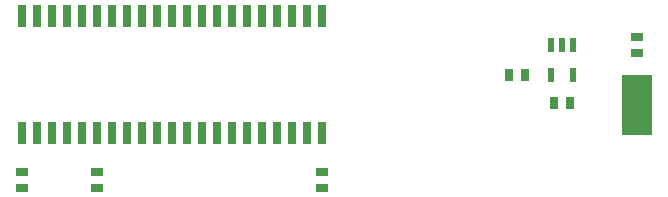
<source format=gtp>
G75*
%MOIN*%
%OFA0B0*%
%FSLAX25Y25*%
%IPPOS*%
%LPD*%
%AMOC8*
5,1,8,0,0,1.08239X$1,22.5*
%
%ADD10R,0.02756X0.07677*%
%ADD11R,0.10000X0.20000*%
%ADD12R,0.03937X0.02756*%
%ADD13R,0.02165X0.04724*%
%ADD14R,0.02756X0.03937*%
D10*
X0102200Y0027712D03*
X0107200Y0027712D03*
X0112200Y0027712D03*
X0117200Y0027712D03*
X0122200Y0027712D03*
X0127200Y0027712D03*
X0132200Y0027712D03*
X0137200Y0027712D03*
X0142200Y0027712D03*
X0147200Y0027712D03*
X0152200Y0027712D03*
X0157200Y0027712D03*
X0162200Y0027712D03*
X0167200Y0027712D03*
X0172200Y0027712D03*
X0177200Y0027712D03*
X0182200Y0027712D03*
X0187200Y0027712D03*
X0192200Y0027712D03*
X0197200Y0027712D03*
X0202200Y0027712D03*
X0202200Y0066688D03*
X0197200Y0066688D03*
X0192200Y0066688D03*
X0187200Y0066688D03*
X0182200Y0066688D03*
X0177200Y0066688D03*
X0172200Y0066688D03*
X0167200Y0066688D03*
X0162200Y0066688D03*
X0157200Y0066688D03*
X0152200Y0066688D03*
X0147200Y0066688D03*
X0142200Y0066688D03*
X0137200Y0066688D03*
X0132200Y0066688D03*
X0127200Y0066688D03*
X0122200Y0066688D03*
X0117200Y0066688D03*
X0112200Y0066688D03*
X0107200Y0066688D03*
X0102200Y0066688D03*
D11*
X0307200Y0037200D03*
D12*
X0102200Y0009444D03*
X0102200Y0014956D03*
X0127200Y0014956D03*
X0127200Y0009444D03*
X0202200Y0009444D03*
X0202200Y0014956D03*
X0307200Y0054444D03*
X0307200Y0059956D03*
D13*
X0285940Y0057318D03*
X0282200Y0057318D03*
X0278460Y0057318D03*
X0278460Y0047082D03*
X0285940Y0047082D03*
D14*
X0269956Y0047200D03*
X0264444Y0047200D03*
X0279444Y0037700D03*
X0284956Y0037700D03*
M02*

</source>
